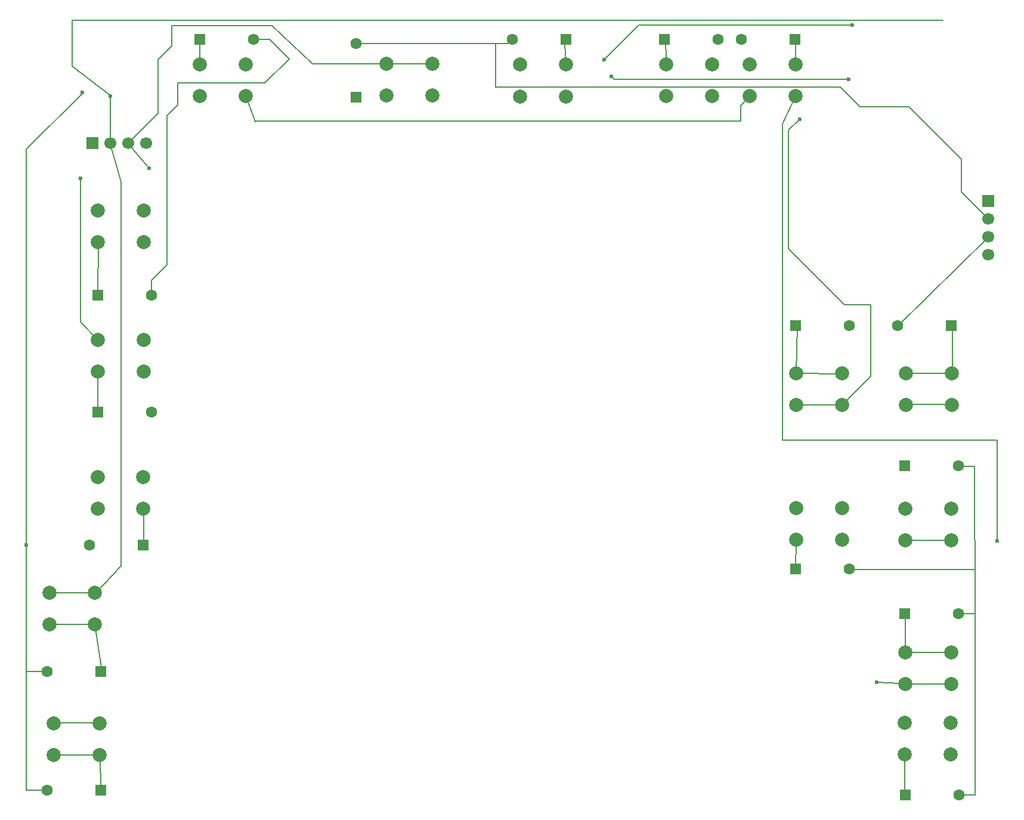
<source format=gtl>
%TF.GenerationSoftware,KiCad,Pcbnew,9.0.3*%
%TF.CreationDate,2025-07-25T01:46:46-06:00*%
%TF.ProjectId,ARC-210-Master-Board,4152432d-3231-4302-9d4d-61737465722d,rev?*%
%TF.SameCoordinates,Original*%
%TF.FileFunction,Copper,L1,Top*%
%TF.FilePolarity,Positive*%
%FSLAX46Y46*%
G04 Gerber Fmt 4.6, Leading zero omitted, Abs format (unit mm)*
G04 Created by KiCad (PCBNEW 9.0.3) date 2025-07-25 01:46:46*
%MOMM*%
%LPD*%
G01*
G04 APERTURE LIST*
G04 Aperture macros list*
%AMRoundRect*
0 Rectangle with rounded corners*
0 $1 Rounding radius*
0 $2 $3 $4 $5 $6 $7 $8 $9 X,Y pos of 4 corners*
0 Add a 4 corners polygon primitive as box body*
4,1,4,$2,$3,$4,$5,$6,$7,$8,$9,$2,$3,0*
0 Add four circle primitives for the rounded corners*
1,1,$1+$1,$2,$3*
1,1,$1+$1,$4,$5*
1,1,$1+$1,$6,$7*
1,1,$1+$1,$8,$9*
0 Add four rect primitives between the rounded corners*
20,1,$1+$1,$2,$3,$4,$5,0*
20,1,$1+$1,$4,$5,$6,$7,0*
20,1,$1+$1,$6,$7,$8,$9,0*
20,1,$1+$1,$8,$9,$2,$3,0*%
G04 Aperture macros list end*
%TA.AperFunction,Conductor*%
%ADD10C,0.200000*%
%TD*%
%TA.AperFunction,ComponentPad*%
%ADD11C,2.000000*%
%TD*%
%TA.AperFunction,ComponentPad*%
%ADD12RoundRect,0.250000X-0.550000X-0.550000X0.550000X-0.550000X0.550000X0.550000X-0.550000X0.550000X0*%
%TD*%
%TA.AperFunction,ComponentPad*%
%ADD13C,1.600000*%
%TD*%
%TA.AperFunction,ComponentPad*%
%ADD14R,1.700000X1.700000*%
%TD*%
%TA.AperFunction,ComponentPad*%
%ADD15C,1.700000*%
%TD*%
%TA.AperFunction,ComponentPad*%
%ADD16RoundRect,0.250000X0.550000X0.550000X-0.550000X0.550000X-0.550000X-0.550000X0.550000X-0.550000X0*%
%TD*%
%TA.AperFunction,ComponentPad*%
%ADD17RoundRect,0.250000X0.550000X-0.550000X0.550000X0.550000X-0.550000X0.550000X-0.550000X-0.550000X0*%
%TD*%
%TA.AperFunction,ViaPad*%
%ADD18C,0.600000*%
%TD*%
G04 APERTURE END LIST*
D10*
%TO.N,Net-(J2-Pin_3)*%
X198320000Y-122830000D02*
X201610000Y-123020000D01*
%TO.N,Net-(D13-A)*%
X212280000Y-138850000D02*
X212260000Y-113110000D01*
%TO.N,Net-(D1-K)*%
X87980000Y-133190000D02*
X81410000Y-133190000D01*
%TO.N,Net-(D15-K)*%
X202370000Y-118590000D02*
X202370000Y-112890000D01*
%TO.N,Net-(J2-Pin_2)*%
X184960000Y-88470000D02*
X184960000Y-43588306D01*
%TO.N,Net-(J2-Pin_1)*%
X87920000Y-128660000D02*
X81269880Y-128660000D01*
%TO.N,Net-(D8-K)*%
X154030000Y-30820000D02*
X154150000Y-35100000D01*
%TO.N,Net-(D9-K)*%
X168370000Y-30980000D02*
X168430000Y-35090000D01*
%TO.N,Net-(J2-Pin_2)*%
X110110000Y-43240000D02*
X108870000Y-40060000D01*
%TO.N,Net-(D1-A)*%
X80550000Y-121300000D02*
X77580000Y-121300000D01*
%TO.N,Net-(D13-A)*%
X212260000Y-113110000D02*
X212220000Y-92220000D01*
%TO.N,Net-(J2-Pin_2)*%
X89540000Y-46500521D02*
X91045000Y-51826839D01*
%TO.N,Net-(D11-K)*%
X193380000Y-79060000D02*
X186865000Y-78980000D01*
%TO.N,Net-(J2-Pin_2)*%
X80920000Y-110170000D02*
X87440490Y-110170000D01*
%TO.N,Net-(D1-A)*%
X77610000Y-103490741D02*
X77580000Y-121300000D01*
%TO.N,Net-(D10-K)*%
X186810000Y-34490000D02*
X186820000Y-32180000D01*
%TO.N,Net-(J2-Pin_3)*%
X118200000Y-35090000D02*
X112450000Y-29650000D01*
%TO.N,Net-(J2-Pin_2)*%
X89540000Y-39599478D02*
X89540000Y-46500521D01*
%TO.N,Net-(D15-K)*%
X202370000Y-118590000D02*
X208690000Y-118590000D01*
%TO.N,Net-(D5-K)*%
X87760000Y-67850000D02*
X87790000Y-60420000D01*
%TO.N,Net-(D6-K)*%
X102250000Y-35120000D02*
X102250000Y-31650000D01*
%TO.N,Net-(D1-A)*%
X80500000Y-138160000D02*
X77569574Y-138160000D01*
%TO.N,Net-(D10-A)*%
X201370000Y-72260000D02*
X214120000Y-59700000D01*
%TO.N,Net-(D13-A)*%
X212260000Y-113110000D02*
X210680000Y-113110000D01*
%TO.N,Net-(D16-K)*%
X202330000Y-138820000D02*
X202260000Y-133160000D01*
%TO.N,Net-(J2-Pin_2)*%
X91170000Y-28850000D02*
X84079431Y-28850000D01*
X89540000Y-39595000D02*
X84080000Y-35440000D01*
%TO.N,Net-(D11-K)*%
X186865000Y-78980000D02*
X187010000Y-72260000D01*
%TO.N,Net-(D13-K)*%
X186810000Y-106920000D02*
X186860000Y-102650000D01*
%TO.N,Net-(J2-Pin_2)*%
X191170000Y-28850000D02*
X91170000Y-28850000D01*
X215403561Y-88480000D02*
X215450000Y-102760000D01*
%TO.N,Net-(D3-K)*%
X94280000Y-103380000D02*
X94280000Y-98199528D01*
%TO.N,Net-(J2-Pin_2)*%
X186790000Y-39650000D02*
X184960000Y-43588306D01*
%TO.N,Net-(J2-Pin_3)*%
X209030000Y-123120000D02*
X202290000Y-123080000D01*
X186870000Y-83490000D02*
X193430000Y-83470000D01*
%TO.N,Net-(J2-Pin_2)*%
X91045000Y-106313161D02*
X91045000Y-51826839D01*
X191170000Y-28850000D02*
X207740008Y-28850000D01*
%TO.N,Net-(D2-K)*%
X88300000Y-121310000D02*
X87350000Y-114680000D01*
%TO.N,Net-(D12-K)*%
X209020000Y-78980000D02*
X209020000Y-72120000D01*
%TO.N,Net-(J2-Pin_2)*%
X91045000Y-106313161D02*
X87440490Y-110170000D01*
%TO.N,Net-(J2-Pin_3)*%
X95030000Y-49890000D02*
X92040000Y-46420000D01*
%TO.N,Net-(J2-Pin_2)*%
X215403561Y-88480000D02*
X184960000Y-88470000D01*
%TO.N,Net-(D1-K)*%
X88200000Y-138310000D02*
X87980000Y-133190000D01*
%TO.N,Net-(D12-K)*%
X202440000Y-78980000D02*
X209020000Y-78980000D01*
%TO.N,Net-(D2-K)*%
X87350000Y-114680000D02*
X80890000Y-114680000D01*
%TO.N,Net-(D13-A)*%
X194370000Y-106850000D02*
X212270000Y-106840000D01*
%TO.N,Net-(J2-Pin_2)*%
X202580000Y-102710000D02*
X209090000Y-102710000D01*
X84079431Y-28850000D02*
X84080000Y-35440000D01*
%TO.N,Net-(D5-A)*%
X144240000Y-38370000D02*
X144210000Y-32200000D01*
%TO.N,Net-(D13-A)*%
X212220000Y-92220000D02*
X210290000Y-92220000D01*
X209940000Y-138830000D02*
X212280000Y-138850000D01*
%TO.N,Net-(J2-Pin_4)*%
X208990000Y-83440000D02*
X202489624Y-83440000D01*
%TO.N,Net-(J2-Pin_3)*%
X129140000Y-35045000D02*
X135815000Y-35045000D01*
%TO.N,Net-(D1-A)*%
X77580000Y-121300000D02*
X77569574Y-138160000D01*
%TD*%
D11*
%TO.P,SW10,1,1*%
%TO.N,Net-(D10-K)*%
X180310000Y-35160000D03*
X186810000Y-35160000D03*
%TO.P,SW10,2,2*%
%TO.N,Net-(J2-Pin_2)*%
X180310000Y-39660000D03*
X186810000Y-39660000D03*
%TD*%
%TO.P,SW14,1,1*%
%TO.N,Net-(D14-K)*%
X202350000Y-98200000D03*
X208850000Y-98200000D03*
%TO.P,SW14,2,2*%
%TO.N,Net-(J2-Pin_2)*%
X202350000Y-102700000D03*
X208850000Y-102700000D03*
%TD*%
%TO.P,SW1,1,1*%
%TO.N,Net-(D1-K)*%
X87980000Y-133190000D03*
X81480000Y-133190000D03*
%TO.P,SW1,2,2*%
%TO.N,Net-(J2-Pin_1)*%
X87980000Y-128690000D03*
X81480000Y-128690000D03*
%TD*%
%TO.P,SW2,1,1*%
%TO.N,Net-(D2-K)*%
X87350000Y-114680000D03*
X80850000Y-114680000D03*
%TO.P,SW2,2,2*%
%TO.N,Net-(J2-Pin_2)*%
X87350000Y-110180000D03*
X80850000Y-110180000D03*
%TD*%
%TO.P,SW7,1,1*%
%TO.N,Net-(D7-K)*%
X135200000Y-39590000D03*
X128700000Y-39590000D03*
%TO.P,SW7,2,2*%
%TO.N,Net-(J2-Pin_3)*%
X135200000Y-35090000D03*
X128700000Y-35090000D03*
%TD*%
%TO.P,SW3,1,1*%
%TO.N,Net-(D3-K)*%
X94210000Y-98200000D03*
X87710000Y-98200000D03*
%TO.P,SW3,2,2*%
%TO.N,Net-(J2-Pin_3)*%
X94210000Y-93700000D03*
X87710000Y-93700000D03*
%TD*%
%TO.P,SW11,1,1*%
%TO.N,Net-(D11-K)*%
X186865000Y-78980000D03*
X193365000Y-78980000D03*
%TO.P,SW11,2,2*%
%TO.N,Net-(J2-Pin_3)*%
X186865000Y-83480000D03*
X193365000Y-83480000D03*
%TD*%
%TO.P,SW8,1,1*%
%TO.N,Net-(D8-K)*%
X147670000Y-35190000D03*
X154170000Y-35190000D03*
%TO.P,SW8,2,2*%
%TO.N,Net-(J2-Pin_4)*%
X147670000Y-39690000D03*
X154170000Y-39690000D03*
%TD*%
%TO.P,SW16,1,1*%
%TO.N,Net-(D16-K)*%
X208830000Y-133150000D03*
X202330000Y-133150000D03*
%TO.P,SW16,2,2*%
%TO.N,Net-(J2-Pin_4)*%
X208830000Y-128650000D03*
X202330000Y-128650000D03*
%TD*%
%TO.P,SW5,1,1*%
%TO.N,Net-(D5-K)*%
X94260000Y-60420000D03*
X87760000Y-60420000D03*
%TO.P,SW5,2,2*%
%TO.N,Net-(J2-Pin_1)*%
X94260000Y-55920000D03*
X87760000Y-55920000D03*
%TD*%
%TO.P,SW9,1,1*%
%TO.N,Net-(D9-K)*%
X168440000Y-35170000D03*
X174940000Y-35170000D03*
%TO.P,SW9,2,2*%
%TO.N,Net-(J2-Pin_1)*%
X168440000Y-39670000D03*
X174940000Y-39670000D03*
%TD*%
%TO.P,SW12,1,1*%
%TO.N,Net-(D12-K)*%
X202440000Y-78980000D03*
X208940000Y-78980000D03*
%TO.P,SW12,2,2*%
%TO.N,Net-(J2-Pin_4)*%
X202440000Y-83480000D03*
X208940000Y-83480000D03*
%TD*%
%TO.P,SW6,1,1*%
%TO.N,Net-(D6-K)*%
X102250000Y-35120000D03*
X108750000Y-35120000D03*
%TO.P,SW6,2,2*%
%TO.N,Net-(J2-Pin_2)*%
X102250000Y-39620000D03*
X108750000Y-39620000D03*
%TD*%
%TO.P,SW15,1,1*%
%TO.N,Net-(D15-K)*%
X202370000Y-118590000D03*
X208870000Y-118590000D03*
%TO.P,SW15,2,2*%
%TO.N,Net-(J2-Pin_3)*%
X202370000Y-123090000D03*
X208870000Y-123090000D03*
%TD*%
%TO.P,SW13,1,1*%
%TO.N,Net-(D13-K)*%
X193390000Y-102650000D03*
X186890000Y-102650000D03*
%TO.P,SW13,2,2*%
%TO.N,Net-(J2-Pin_1)*%
X193390000Y-98150000D03*
X186890000Y-98150000D03*
%TD*%
%TO.P,SW4,1,1*%
%TO.N,Net-(D4-K)*%
X94270000Y-78770000D03*
X87770000Y-78770000D03*
%TO.P,SW4,2,2*%
%TO.N,Net-(J2-Pin_4)*%
X94270000Y-74270000D03*
X87770000Y-74270000D03*
%TD*%
D12*
%TO.P,D11,1,K*%
%TO.N,Net-(D11-K)*%
X186790000Y-72240000D03*
D13*
%TO.P,D11,2,A*%
%TO.N,Net-(D10-A)*%
X194410000Y-72240000D03*
%TD*%
D12*
%TO.P,D16,1,K*%
%TO.N,Net-(D16-K)*%
X202350000Y-138850000D03*
D13*
%TO.P,D16,2,A*%
%TO.N,Net-(D13-A)*%
X209970000Y-138850000D03*
%TD*%
D12*
%TO.P,D9,1,K*%
%TO.N,Net-(D9-K)*%
X168140000Y-31570000D03*
D13*
%TO.P,D9,2,A*%
%TO.N,Net-(D10-A)*%
X175760000Y-31570000D03*
%TD*%
D14*
%TO.P,J2,1,Pin_1*%
%TO.N,Net-(J2-Pin_1)*%
X86990000Y-46340000D03*
D15*
%TO.P,J2,2,Pin_2*%
%TO.N,Net-(J2-Pin_2)*%
X89530000Y-46340000D03*
%TO.P,J2,3,Pin_3*%
%TO.N,Net-(J2-Pin_3)*%
X92070000Y-46340000D03*
%TO.P,J2,4,Pin_4*%
%TO.N,Net-(J2-Pin_4)*%
X94610000Y-46340000D03*
%TD*%
D12*
%TO.P,D15,1,K*%
%TO.N,Net-(D15-K)*%
X202300000Y-113160000D03*
D13*
%TO.P,D15,2,A*%
%TO.N,Net-(D13-A)*%
X209920000Y-113160000D03*
%TD*%
D16*
%TO.P,D3,1,K*%
%TO.N,Net-(D3-K)*%
X94180000Y-103420000D03*
D13*
%TO.P,D3,2,A*%
%TO.N,Net-(D1-A)*%
X86560000Y-103420000D03*
%TD*%
D14*
%TO.P,J1,1,Pin_1*%
%TO.N,Net-(D1-A)*%
X214150000Y-54570000D03*
D15*
%TO.P,J1,2,Pin_2*%
%TO.N,Net-(D5-A)*%
X214150000Y-57110000D03*
%TO.P,J1,3,Pin_3*%
%TO.N,Net-(D10-A)*%
X214150000Y-59650000D03*
%TO.P,J1,4,Pin_4*%
%TO.N,Net-(D13-A)*%
X214150000Y-62190000D03*
%TD*%
D16*
%TO.P,D10,1,K*%
%TO.N,Net-(D10-K)*%
X186750000Y-31560000D03*
D13*
%TO.P,D10,2,A*%
%TO.N,Net-(D10-A)*%
X179130000Y-31560000D03*
%TD*%
D12*
%TO.P,D4,1,K*%
%TO.N,Net-(D4-K)*%
X87730000Y-84470000D03*
D13*
%TO.P,D4,2,A*%
%TO.N,Net-(D1-A)*%
X95350000Y-84470000D03*
%TD*%
D16*
%TO.P,D1,1,K*%
%TO.N,Net-(D1-K)*%
X88120000Y-138170000D03*
D13*
%TO.P,D1,2,A*%
%TO.N,Net-(D1-A)*%
X80500000Y-138170000D03*
%TD*%
D12*
%TO.P,D6,1,K*%
%TO.N,Net-(D6-K)*%
X102180000Y-31590000D03*
D13*
%TO.P,D6,2,A*%
%TO.N,Net-(D5-A)*%
X109800000Y-31590000D03*
%TD*%
D12*
%TO.P,D5,1,K*%
%TO.N,Net-(D5-K)*%
X87700000Y-67880000D03*
D13*
%TO.P,D5,2,A*%
%TO.N,Net-(D5-A)*%
X95320000Y-67880000D03*
%TD*%
D17*
%TO.P,D7,1,K*%
%TO.N,Net-(D7-K)*%
X124380000Y-39770000D03*
D13*
%TO.P,D7,2,A*%
%TO.N,Net-(D5-A)*%
X124380000Y-32150000D03*
%TD*%
D12*
%TO.P,D13,1,K*%
%TO.N,Net-(D13-K)*%
X186790000Y-106820000D03*
D13*
%TO.P,D13,2,A*%
%TO.N,Net-(D13-A)*%
X194410000Y-106820000D03*
%TD*%
D16*
%TO.P,D12,1,K*%
%TO.N,Net-(D12-K)*%
X208890000Y-72260000D03*
D13*
%TO.P,D12,2,A*%
%TO.N,Net-(D10-A)*%
X201270000Y-72260000D03*
%TD*%
D16*
%TO.P,D2,1,K*%
%TO.N,Net-(D2-K)*%
X88120000Y-121340000D03*
D13*
%TO.P,D2,2,A*%
%TO.N,Net-(D1-A)*%
X80500000Y-121340000D03*
%TD*%
D12*
%TO.P,D14,1,K*%
%TO.N,Net-(D14-K)*%
X202300000Y-92150000D03*
D13*
%TO.P,D14,2,A*%
%TO.N,Net-(D13-A)*%
X209920000Y-92150000D03*
%TD*%
D16*
%TO.P,D8,1,K*%
%TO.N,Net-(D8-K)*%
X154160000Y-31560000D03*
D13*
%TO.P,D8,2,A*%
%TO.N,Net-(D5-A)*%
X146540000Y-31560000D03*
%TD*%
D18*
%TO.N,Net-(J2-Pin_3)*%
X198340000Y-122840000D03*
%TO.N,Net-(D1-A)*%
X85530000Y-39150000D03*
X160640000Y-36820000D03*
X77610000Y-103420000D03*
X194370000Y-37270000D03*
%TO.N,Net-(J2-Pin_4)*%
X85250000Y-51290000D03*
%TO.N,Net-(J2-Pin_2)*%
X215450000Y-102760000D03*
X89540000Y-39599478D03*
%TO.N,Net-(J2-Pin_3)*%
X187380000Y-42930000D03*
X95030000Y-49890000D03*
X194810000Y-29560000D03*
X159590000Y-34480000D03*
%TD*%
D10*
%TO.N,Net-(D1-A)*%
X77610000Y-103490741D02*
X77610000Y-47180000D01*
X77660000Y-47130000D02*
X85530000Y-39260000D01*
X194370000Y-37270000D02*
X161090000Y-37270000D01*
X161090000Y-37270000D02*
X160640000Y-36820000D01*
X77610000Y-47180000D02*
X77660000Y-47130000D01*
X85530000Y-39260000D02*
X85530000Y-39150000D01*
%TO.N,Net-(D4-K)*%
X87730000Y-78810000D02*
X87770000Y-78770000D01*
X87730000Y-84470000D02*
X87730000Y-78810000D01*
%TO.N,Net-(D5-A)*%
X193169000Y-38359000D02*
X144231000Y-38359000D01*
X214150000Y-57110000D02*
X210350000Y-53310000D01*
X97520000Y-63620000D02*
X97520000Y-42450000D01*
X95320000Y-65820000D02*
X97520000Y-63620000D01*
X95320000Y-67880000D02*
X95320000Y-65820000D01*
X112140000Y-31590000D02*
X109800000Y-31590000D01*
X124380000Y-32150000D02*
X140170000Y-32150000D01*
X143290000Y-32150000D02*
X145950000Y-32150000D01*
X195980000Y-41170000D02*
X193169000Y-38359000D01*
X111450000Y-37800000D02*
X114900000Y-34350000D01*
X140170000Y-32150000D02*
X143290000Y-32150000D01*
X210350000Y-48650000D02*
X202870000Y-41170000D01*
X99084438Y-37800000D02*
X111450000Y-37800000D01*
X99084438Y-40885562D02*
X99084438Y-37800000D01*
X97520000Y-42450000D02*
X99084438Y-40885562D01*
X210350000Y-53310000D02*
X210350000Y-48650000D01*
X145950000Y-32150000D02*
X146540000Y-31560000D01*
X202870000Y-41170000D02*
X195980000Y-41170000D01*
X114900000Y-34350000D02*
X112140000Y-31590000D01*
%TO.N,Net-(J2-Pin_4)*%
X87770000Y-74270000D02*
X85250000Y-71750000D01*
X85250000Y-51290000D02*
X85250000Y-51300000D01*
X85250000Y-71750000D02*
X85250000Y-51290000D01*
%TO.N,Net-(J2-Pin_2)*%
X178969000Y-43230000D02*
X178969000Y-41001000D01*
X178969000Y-41001000D02*
X180310000Y-39660000D01*
X178969000Y-43230000D02*
X110111000Y-43230000D01*
%TO.N,Net-(J2-Pin_3)*%
X159590000Y-34480000D02*
X164510000Y-29560000D01*
X98250000Y-32550000D02*
X98250000Y-29630000D01*
X185820000Y-44490000D02*
X187380000Y-42930000D01*
X197420000Y-69260000D02*
X193740000Y-69260000D01*
X98250000Y-29630000D02*
X112510000Y-29630000D01*
X96320000Y-34480000D02*
X98250000Y-32550000D01*
X96320000Y-42090000D02*
X96320000Y-34480000D01*
X128700000Y-35090000D02*
X118210000Y-35090000D01*
X193740000Y-69260000D02*
X185820000Y-61340000D01*
X193365000Y-83480000D02*
X197420000Y-79425000D01*
X187380000Y-42930000D02*
X187480000Y-42830000D01*
X92070000Y-46340000D02*
X96320000Y-42090000D01*
X197420000Y-79425000D02*
X197420000Y-69260000D01*
X164510000Y-29560000D02*
X194810000Y-29560000D01*
X185820000Y-61340000D02*
X185820000Y-44490000D01*
%TD*%
M02*

</source>
